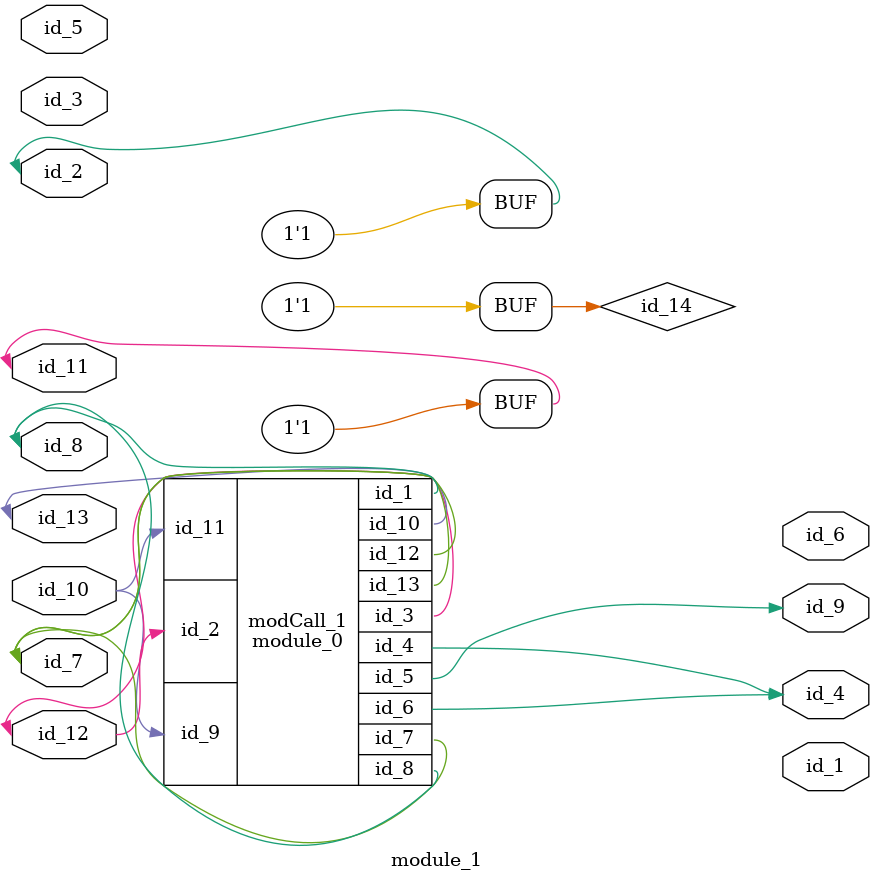
<source format=v>
module module_0 (
    id_1,
    id_2,
    id_3,
    id_4,
    id_5,
    id_6,
    id_7,
    id_8,
    id_9,
    id_10,
    id_11,
    id_12,
    id_13
);
  inout wire id_13;
  output wire id_12;
  input wire id_11;
  inout wire id_10;
  input wire id_9;
  inout wire id_8;
  output wire id_7;
  output wire id_6;
  output wire id_5;
  output wire id_4;
  inout wire id_3;
  input wire id_2;
  inout wire id_1;
  wand id_14 = 1 - id_9;
endmodule
module module_1 (
    id_1,
    id_2,
    id_3,
    id_4,
    id_5,
    id_6,
    id_7,
    id_8,
    id_9,
    id_10,
    id_11,
    id_12,
    id_13
);
  inout wire id_13;
  inout wire id_12;
  input wire id_11;
  inout wire id_10;
  output wire id_9;
  inout wire id_8;
  inout wire id_7;
  output wire id_6;
  input wire id_5;
  output wire id_4;
  inout wire id_3;
  inout wire id_2;
  output wire id_1;
  supply1 id_14;
  assign id_14 = 1;
  wire id_15;
  module_0 modCall_1 (
      id_8,
      id_12,
      id_12,
      id_4,
      id_9,
      id_4,
      id_7,
      id_8,
      id_10,
      id_13,
      id_10,
      id_7,
      id_7
  );
  wire id_16;
  assign id_2 = id_11;
  initial id_2 <= 1;
endmodule

</source>
